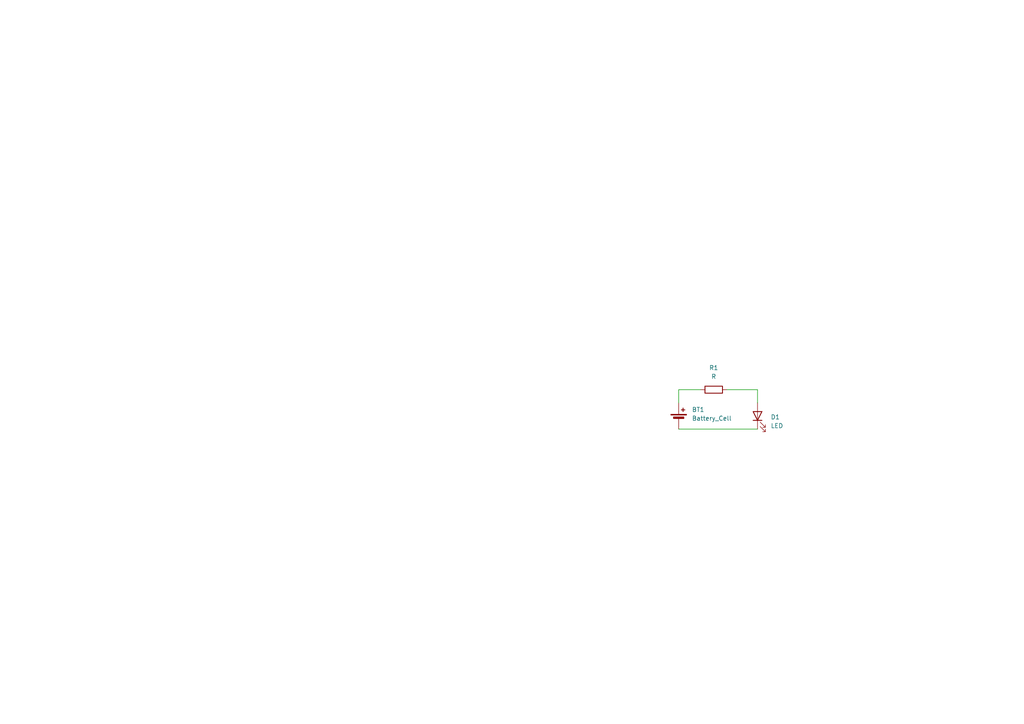
<source format=kicad_sch>
(kicad_sch (version 20231120) (generator "eeschema") (generator_version "8.0")
  (paper "A4")
  (lib_symbols
    (symbol "Device:Battery_Cell" (pin_numbers hide) (pin_names (offset 0) hide)
      (property "Reference" "BT" (at 2.54 2.54 0))
      (property "Value" "Battery_Cell" (at 2.54 0 0))
      (symbol "Battery_Cell_0_1"
        (rectangle (start -2.286 1.778) (end 2.286 1.524) (fill (type outline)))
        (rectangle (start -1.524 1.016) (end 1.524 0.508) (fill (type outline)))
        (polyline (pts (xy 0 0.762) (xy 0 0)))
        (polyline (pts (xy 0 1.778) (xy 0 2.54)))
        (polyline (pts (xy 0.762 3.048) (xy 1.778 3.048)) (stroke (width 0.254)))
        (polyline (pts (xy 1.27 3.556) (xy 1.27 2.54)) (stroke (width 0.254)))
      )
      (symbol "Battery_Cell_1_1"
        (pin passive line (at 0 5.08 270) (length 2.54) (name "+") (number "1"))
        (pin passive line (at 0 -2.54 90) (length 2.54) (name "-") (number "2"))
      )
    )
    (symbol "Device:LED" (pin_numbers hide) (pin_names (offset 1.016) hide)
      (property "Reference" "D" (at 0 2.54 0))
      (property "Value" "LED" (at 0 -2.54 0))
      (symbol "LED_0_1"
        (polyline (pts (xy -1.27 -1.27) (xy -1.27 1.27)) (stroke (width 0.254)))
        (polyline (pts (xy -1.27 0) (xy 1.27 0)))
        (polyline (pts (xy 1.27 -1.27) (xy 1.27 1.27) (xy -1.27 0) (xy 1.27 -1.27)) (stroke (width 0.254)))
        (polyline (pts (xy -3.048 -0.762) (xy -4.572 -2.286) (xy -3.81 -2.286) (xy -4.572 -2.286) (xy -4.572 -1.524)))
        (polyline (pts (xy -1.778 -0.762) (xy -3.302 -2.286) (xy -2.54 -2.286) (xy -3.302 -2.286) (xy -3.302 -1.524)))
      )
      (symbol "LED_1_1"
        (pin passive line (at -3.81 0 0) (length 2.54) (name "K") (number "1"))
        (pin passive line (at 3.81 0 180) (length 2.54) (name "A") (number "2"))
      )
    )
    (symbol "Device:R" (pin_numbers hide) (pin_names (offset 0))
      (property "Reference" "R" (at 2.032 0 90))
      (property "Value" "R" (at 0 0 90))
      (symbol "R_0_1"
        (rectangle (start -1.016 -2.54) (end 1.016 2.54) (stroke (width 0.254)))
      )
      (symbol "R_1_1"
        (pin passive line (at 0 3.81 270) (length 1.27) (name "~") (number "1"))
        (pin passive line (at 0 -3.81 90) (length 1.27) (name "~") (number "2"))
      )
    )
  )
  (wire (pts (xy 203.2 113.03) (xy 196.85 113.03)))
  (wire (pts (xy 196.85 113.03) (xy 196.85 116.84)))
  (wire (pts (xy 219.71 113.03) (xy 210.82 113.03)))
  (wire (pts (xy 219.71 113.03) (xy 219.71 116.84)))
  (wire (pts (xy 219.71 124.46) (xy 196.85 124.46)))
  (symbol (lib_id "Device:LED") (at 219.71 120.65 90) (unit 1)
    (property "Reference" "D1" (at 223.52 120.9674 90) (effects (justify right)))
    (property "Value" "LED" (at 223.52 123.5074 90) (effects (justify right)))
    (property "Footprint" "LED_SMD:LED_0805_2012Metric_Pad1.15x1.40mm_HandSolder" (effects (hide yes)))
    (property "Description" "Light emitting diode" (effects (hide yes)))
  )
  (symbol (lib_id "Device:R") (at 207.01 113.03 90) (unit 1)
    (property "Reference" "R1" (at 207.01 106.68 90))
    (property "Value" "R" (at 207.01 109.22 90))
    (property "Footprint" "LED_SMD:LED_0805_2012Metric_Pad1.15x1.40mm_HandSolder" (effects (hide yes)))
    (property "Description" "Resistor" (effects (hide yes)))
  )
  (symbol (lib_id "Device:Battery_Cell") (at 196.85 121.92 0) (unit 1)
    (property "Reference" "BT1" (at 200.66 118.8084 0) (effects (justify left)))
    (property "Value" "Battery_Cell" (at 200.66 121.3484 0) (effects (justify left)))
    (property "Footprint" "FS_3_Global_Footprint_Library:MS621FE-FL11E_SEC" (effects (hide yes)))
    (property "Description" "Single-cell battery" (effects (hide yes)))
  )
)
</source>
